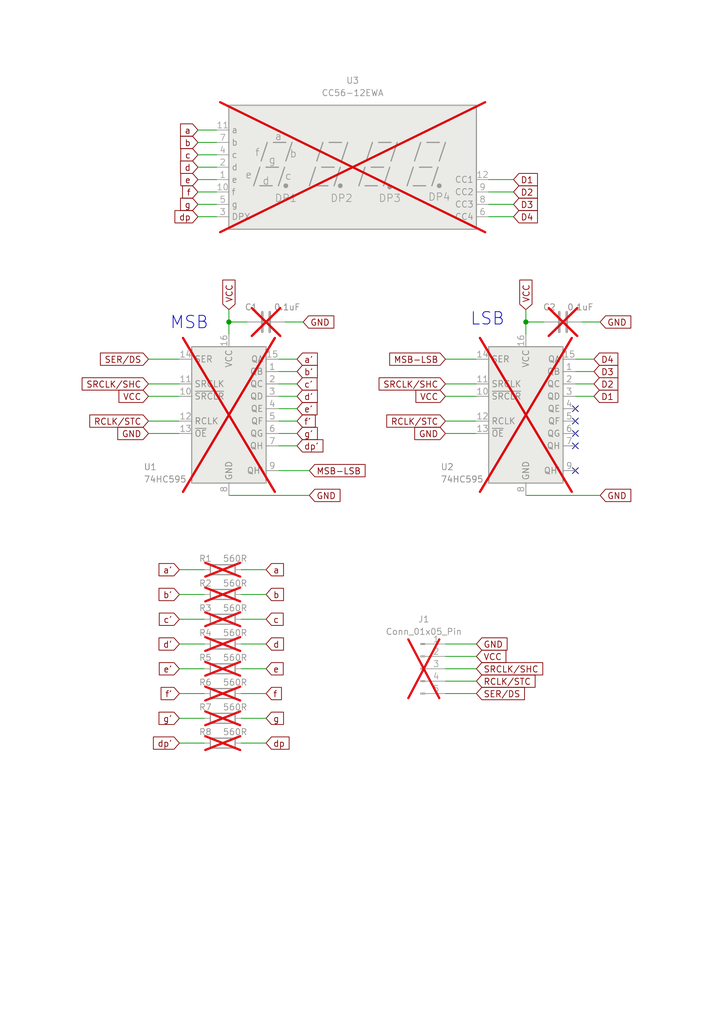
<source format=kicad_sch>
(kicad_sch (version 20231120) (generator "eeschema") (generator_version "8.0")
  (paper "A5" portrait)
  (title_block (title "Serial adapter for Cx56-12xxx display") (date "2024-03-17") (rev "1.0"))
  (lib_symbols
    (symbol "74xx:74HC595"
      (property "Reference" "U" (at -7.62 13.97 0))
      (property "Value" "74HC595" (at -7.62 -16.51 0))
      (symbol "74HC595_1_0"
        (pin tri_state line (at 10.16 7.62 180) (length 2.54) (name "QB") (number "1"))
        (pin input line (at -10.16 2.54 0) (length 2.54) (name "~{SRCLR}") (number "10"))
        (pin input line (at -10.16 5.08 0) (length 2.54) (name "SRCLK") (number "11"))
        (pin input line (at -10.16 -2.54 0) (length 2.54) (name "RCLK") (number "12"))
        (pin input line (at -10.16 -5.08 0) (length 2.54) (name "~{OE}") (number "13"))
        (pin input line (at -10.16 10.16 0) (length 2.54) (name "SER") (number "14"))
        (pin tri_state line (at 10.16 10.16 180) (length 2.54) (name "QA") (number "15"))
        (pin power_in line (at 0 15.24 270) (length 2.54) (name "VCC") (number "16"))
        (pin tri_state line (at 10.16 5.08 180) (length 2.54) (name "QC") (number "2"))
        (pin tri_state line (at 10.16 2.54 180) (length 2.54) (name "QD") (number "3"))
        (pin tri_state line (at 10.16 0 180) (length 2.54) (name "QE") (number "4"))
        (pin tri_state line (at 10.16 -2.54 180) (length 2.54) (name "QF") (number "5"))
        (pin tri_state line (at 10.16 -5.08 180) (length 2.54) (name "QG") (number "6"))
        (pin tri_state line (at 10.16 -7.62 180) (length 2.54) (name "QH") (number "7"))
        (pin power_in line (at 0 -17.78 90) (length 2.54) (name "GND") (number "8"))
        (pin output line (at 10.16 -12.7 180) (length 2.54) (name "QH'") (number "9"))
      )
      (symbol "74HC595_1_1"
        (rectangle (start -7.62 12.7) (end 7.62 -15.24) (stroke (width 0.254)) (fill (type background)))
      )
    )
    (symbol "Connector:Conn_01x05_Pin" (pin_names (offset 1.016) hide)
      (property "Reference" "J" (at 0 7.62 0))
      (property "Value" "Conn_01x05_Pin" (at 0 -7.62 0))
      (symbol "Conn_01x05_Pin_1_1"
        (polyline (pts (xy 1.27 -5.08) (xy 0.8636 -5.08)) (stroke (width 0.1524)))
        (polyline (pts (xy 1.27 -2.54) (xy 0.8636 -2.54)) (stroke (width 0.1524)))
        (polyline (pts (xy 1.27 0) (xy 0.8636 0)) (stroke (width 0.1524)))
        (polyline (pts (xy 1.27 2.54) (xy 0.8636 2.54)) (stroke (width 0.1524)))
        (polyline (pts (xy 1.27 5.08) (xy 0.8636 5.08)) (stroke (width 0.1524)))
        (rectangle (start 0.8636 -4.953) (end 0 -5.207) (stroke (width 0.1524)) (fill (type outline)))
        (rectangle (start 0.8636 -2.413) (end 0 -2.667) (stroke (width 0.1524)) (fill (type outline)))
        (rectangle (start 0.8636 0.127) (end 0 -0.127) (stroke (width 0.1524)) (fill (type outline)))
        (rectangle (start 0.8636 2.667) (end 0 2.413) (stroke (width 0.1524)) (fill (type outline)))
        (rectangle (start 0.8636 5.207) (end 0 4.953) (stroke (width 0.1524)) (fill (type outline)))
        (pin passive line (at 5.08 5.08 180) (length 3.81) (name "Pin_1") (number "1"))
        (pin passive line (at 5.08 2.54 180) (length 3.81) (name "Pin_2") (number "2"))
        (pin passive line (at 5.08 0 180) (length 3.81) (name "Pin_3") (number "3"))
        (pin passive line (at 5.08 -2.54 180) (length 3.81) (name "Pin_4") (number "4"))
        (pin passive line (at 5.08 -5.08 180) (length 3.81) (name "Pin_5") (number "5"))
      )
    )
    (symbol "Device:C" (pin_numbers hide) (pin_names (offset 0.254))
      (property "Reference" "C" (at 0.635 2.54 0))
      (property "Value" "C" (at 0.635 -2.54 0))
      (symbol "C_0_1"
        (polyline (pts (xy -2.032 -0.762) (xy 2.032 -0.762)) (stroke (width 0.508)))
        (polyline (pts (xy -2.032 0.762) (xy 2.032 0.762)) (stroke (width 0.508)))
      )
      (symbol "C_1_1"
        (pin passive line (at 0 3.81 270) (length 2.794) (name "~") (number "1"))
        (pin passive line (at 0 -3.81 90) (length 2.794) (name "~") (number "2"))
      )
    )
    (symbol "Device:R" (pin_numbers hide) (pin_names (offset 0))
      (property "Reference" "R" (at 2.032 0 90))
      (property "Value" "R" (at 0 0 90))
      (symbol "R_0_1"
        (rectangle (start -1.016 -2.54) (end 1.016 2.54) (stroke (width 0.254)))
      )
      (symbol "R_1_1"
        (pin passive line (at 0 3.81 270) (length 1.27) (name "~") (number "1"))
        (pin passive line (at 0 -3.81 90) (length 1.27) (name "~") (number "2"))
      )
    )
    (symbol "Display_Character:CC56-12EWA"
      (property "Reference" "U" (at -24.13 13.97 0))
      (property "Value" "CC56-12EWA" (at 19.05 13.97 0))
      (symbol "CC56-12EWA_0_0"
        (rectangle (start -25.4 12.7) (end 25.4 -12.7) (stroke (width 0.254)) (fill (type background)))
        (polyline (pts (xy -20.32 -3.81) (xy -19.05 0)) (stroke (width 0.254)))
        (polyline (pts (xy -19.05 -3.81) (xy -16.51 -3.81)) (stroke (width 0.254)))
        (polyline (pts (xy -18.796 1.27) (xy -17.526 5.08)) (stroke (width 0.254)))
        (polyline (pts (xy -17.78 0) (xy -15.24 0)) (stroke (width 0.254)))
        (polyline (pts (xy -16.256 5.08) (xy -13.716 5.08)) (stroke (width 0.254)))
        (polyline (pts (xy -15.24 -3.81) (xy -13.97 0)) (stroke (width 0.254)))
        (polyline (pts (xy -13.716 1.27) (xy -12.446 5.08)) (stroke (width 0.254)))
        (polyline (pts (xy -8.89 -3.81) (xy -7.62 0)) (stroke (width 0.254)))
        (polyline (pts (xy -7.62 -3.81) (xy -5.08 -3.81)) (stroke (width 0.254)))
        (polyline (pts (xy -7.366 1.27) (xy -6.096 5.08)) (stroke (width 0.254)))
        (polyline (pts (xy -6.35 0) (xy -3.81 0)) (stroke (width 0.254)))
        (polyline (pts (xy -4.826 5.08) (xy -2.286 5.08)) (stroke (width 0.254)))
        (polyline (pts (xy -3.81 -3.81) (xy -2.54 0)) (stroke (width 0.254)))
        (polyline (pts (xy -2.286 1.27) (xy -1.016 5.08)) (stroke (width 0.254)))
        (polyline (pts (xy 1.27 -3.81) (xy 2.54 0)) (stroke (width 0.254)))
        (polyline (pts (xy 2.54 -3.81) (xy 5.08 -3.81)) (stroke (width 0.254)))
        (polyline (pts (xy 2.794 1.27) (xy 4.064 5.08)) (stroke (width 0.254)))
        (polyline (pts (xy 3.81 0) (xy 6.35 0)) (stroke (width 0.254)))
        (polyline (pts (xy 5.334 5.08) (xy 7.874 5.08)) (stroke (width 0.254)))
        (polyline (pts (xy 6.35 -3.81) (xy 7.62 0)) (stroke (width 0.254)))
        (polyline (pts (xy 7.874 1.27) (xy 9.144 5.08)) (stroke (width 0.254)))
        (polyline (pts (xy 11.176 -3.81) (xy 12.446 0)) (stroke (width 0.254)))
        (polyline (pts (xy 12.446 -3.81) (xy 14.986 -3.81)) (stroke (width 0.254)))
        (polyline (pts (xy 12.7 1.27) (xy 13.97 5.08)) (stroke (width 0.254)))
        (polyline (pts (xy 13.716 0) (xy 16.256 0)) (stroke (width 0.254)))
        (polyline (pts (xy 15.24 5.08) (xy 17.78 5.08)) (stroke (width 0.254)))
        (polyline (pts (xy 16.256 -3.81) (xy 17.526 0)) (stroke (width 0.254)))
        (polyline (pts (xy 17.78 1.27) (xy 19.05 5.08)) (stroke (width 0.254)))
        (text "a" (at -15.24 6.35 0) (effects (font (size 1.524 1.524))))
        (text "b" (at -12.192 2.794 0) (effects (font (size 1.524 1.524))))
        (text "c" (at -13.208 -1.778 0) (effects (font (size 1.524 1.524))))
        (text "d" (at -17.78 -2.794 0) (effects (font (size 1.524 1.524))))
        (text "DP1" (at -13.716 -6.35 0) (effects (font (size 1.524 1.524))))
        (text "DP2" (at -2.286 -6.35 0) (effects (font (size 1.524 1.524))))
        (text "DP3" (at 7.62 -6.35 0) (effects (font (size 1.524 1.524))))
        (text "DP4" (at 17.78 -6.096 0) (effects (font (size 1.524 1.524))))
        (text "e" (at -21.336 -1.524 0) (effects (font (size 1.524 1.524))))
        (text "f" (at -19.558 3.048 0) (effects (font (size 1.524 1.524))))
        (text "g" (at -16.51 1.524 0) (effects (font (size 1.524 1.524))))
      )
      (symbol "CC56-12EWA_0_1"
        (circle (center -13.716 -3.81) (radius 0.3556) (stroke (width 0.254)) (fill (type outline)))
        (circle (center -2.54 -3.81) (radius 0.3556) (stroke (width 0.254)) (fill (type outline)))
      )
      (symbol "CC56-12EWA_1_0"
        (circle (center 7.62 -4.064) (radius 0.3556) (stroke (width 0.254)) (fill (type outline)))
        (circle (center 17.78 -3.81) (radius 0.3556) (stroke (width 0.254)) (fill (type outline)))
      )
      (symbol "CC56-12EWA_1_1"
        (pin input line (at -27.94 -2.54 0) (length 2.54) (name "e") (number "1"))
        (pin input line (at -27.94 -5.08 0) (length 2.54) (name "f") (number "10"))
        (pin input line (at -27.94 7.62 0) (length 2.54) (name "a") (number "11"))
        (pin input line (at 27.94 -2.54 180) (length 2.54) (name "CC1") (number "12"))
        (pin input line (at -27.94 0 0) (length 2.54) (name "d") (number "2"))
        (pin input line (at -27.94 -10.16 0) (length 2.54) (name "DPX") (number "3"))
        (pin input line (at -27.94 2.54 0) (length 2.54) (name "c") (number "4"))
        (pin input line (at -27.94 -7.62 0) (length 2.54) (name "g") (number "5"))
        (pin input line (at 27.94 -10.16 180) (length 2.54) (name "CC4") (number "6"))
        (pin input line (at -27.94 5.08 0) (length 2.54) (name "b") (number "7"))
        (pin input line (at 27.94 -7.62 180) (length 2.54) (name "CC3") (number "8"))
        (pin input line (at 27.94 -5.08 180) (length 2.54) (name "CC2") (number "9"))
      )
    )
  )
  (junction (at 107.95 66.04))
  (junction (at 46.99 66.04))
  (no_connect (at 118.11 91.44))
  (no_connect (at 118.11 86.36))
  (no_connect (at 118.11 83.82))
  (no_connect (at 118.11 96.52))
  (no_connect (at 118.11 88.9))
  (wire (pts (xy 118.11 73.66) (xy 121.92 73.66)))
  (wire (pts (xy 49.53 152.4) (xy 54.61 152.4)))
  (wire (pts (xy 36.83 116.84) (xy 41.91 116.84)))
  (wire (pts (xy 57.15 76.2) (xy 60.96 76.2)))
  (wire (pts (xy 100.33 36.83) (xy 105.41 36.83)))
  (wire (pts (xy 57.15 73.66) (xy 60.96 73.66)))
  (wire (pts (xy 30.48 81.28) (xy 36.83 81.28)))
  (wire (pts (xy 40.64 31.75) (xy 44.45 31.75)))
  (wire (pts (xy 40.64 34.29) (xy 44.45 34.29)))
  (wire (pts (xy 57.15 88.9) (xy 60.96 88.9)))
  (wire (pts (xy 30.48 86.36) (xy 36.83 86.36)))
  (wire (pts (xy 91.44 137.16) (xy 97.79 137.16)))
  (wire (pts (xy 107.95 63.5) (xy 107.95 66.04)))
  (wire (pts (xy 40.64 41.91) (xy 44.45 41.91)))
  (wire (pts (xy 100.33 39.37) (xy 105.41 39.37)))
  (wire (pts (xy 118.11 81.28) (xy 121.92 81.28)))
  (wire (pts (xy 91.44 88.9) (xy 97.79 88.9)))
  (wire (pts (xy 118.11 76.2) (xy 121.92 76.2)))
  (wire (pts (xy 36.83 127) (xy 41.91 127)))
  (wire (pts (xy 91.44 132.08) (xy 97.79 132.08)))
  (wire (pts (xy 49.53 137.16) (xy 54.61 137.16)))
  (wire (pts (xy 57.15 86.36) (xy 60.96 86.36)))
  (wire (pts (xy 91.44 139.7) (xy 97.79 139.7)))
  (wire (pts (xy 49.53 121.92) (xy 54.61 121.92)))
  (wire (pts (xy 49.53 147.32) (xy 54.61 147.32)))
  (wire (pts (xy 63.5 101.6) (xy 46.99 101.6)))
  (wire (pts (xy 119.38 66.04) (xy 123.19 66.04)))
  (wire (pts (xy 91.44 134.62) (xy 97.79 134.62)))
  (wire (pts (xy 40.64 39.37) (xy 44.45 39.37)))
  (wire (pts (xy 57.15 78.74) (xy 60.96 78.74)))
  (wire (pts (xy 100.33 41.91) (xy 105.41 41.91)))
  (wire (pts (xy 123.19 101.6) (xy 107.95 101.6)))
  (wire (pts (xy 91.44 73.66) (xy 97.79 73.66)))
  (wire (pts (xy 91.44 78.74) (xy 97.79 78.74)))
  (wire (pts (xy 30.48 78.74) (xy 36.83 78.74)))
  (wire (pts (xy 57.15 96.52) (xy 63.5 96.52)))
  (wire (pts (xy 49.53 116.84) (xy 54.61 116.84)))
  (wire (pts (xy 91.44 86.36) (xy 97.79 86.36)))
  (wire (pts (xy 57.15 91.44) (xy 60.96 91.44)))
  (wire (pts (xy 107.95 66.04) (xy 107.95 68.58)))
  (wire (pts (xy 36.83 142.24) (xy 41.91 142.24)))
  (wire (pts (xy 58.42 66.04) (xy 62.23 66.04)))
  (wire (pts (xy 49.53 142.24) (xy 54.61 142.24)))
  (wire (pts (xy 100.33 44.45) (xy 105.41 44.45)))
  (wire (pts (xy 46.99 66.04) (xy 50.8 66.04)))
  (wire (pts (xy 36.83 137.16) (xy 41.91 137.16)))
  (wire (pts (xy 91.44 142.24) (xy 97.79 142.24)))
  (wire (pts (xy 57.15 81.28) (xy 60.96 81.28)))
  (wire (pts (xy 30.48 88.9) (xy 36.83 88.9)))
  (wire (pts (xy 40.64 36.83) (xy 44.45 36.83)))
  (wire (pts (xy 40.64 26.67) (xy 44.45 26.67)))
  (wire (pts (xy 46.99 66.04) (xy 46.99 68.58)))
  (wire (pts (xy 118.11 78.74) (xy 121.92 78.74)))
  (wire (pts (xy 36.83 121.92) (xy 41.91 121.92)))
  (wire (pts (xy 36.83 132.08) (xy 41.91 132.08)))
  (wire (pts (xy 30.48 73.66) (xy 36.83 73.66)))
  (wire (pts (xy 107.95 66.04) (xy 111.76 66.04)))
  (wire (pts (xy 49.53 132.08) (xy 54.61 132.08)))
  (wire (pts (xy 49.53 127) (xy 54.61 127)))
  (wire (pts (xy 46.99 63.5) (xy 46.99 66.04)))
  (wire (pts (xy 36.83 147.32) (xy 41.91 147.32)))
  (wire (pts (xy 36.83 152.4) (xy 41.91 152.4)))
  (wire (pts (xy 91.44 81.28) (xy 97.79 81.28)))
  (wire (pts (xy 57.15 83.82) (xy 60.96 83.82)))
  (wire (pts (xy 40.64 44.45) (xy 44.45 44.45)))
  (wire (pts (xy 40.64 29.21) (xy 44.45 29.21)))
  (text "MSB" (at 38.862 66.294 0) (effects (font (size 2.54 2.54))))
  (text "LSB" (at 100.076 65.532 0) (effects (font (size 2.54 2.54))))
  (global_label "D4" (shape input) (at 121.92 73.66 0) (property "Intersheetrefs" "${INTERSHEET_REFS}" (effects (hide yes))))
  (global_label "SRCLK{slash}SHC" (shape input) (at 30.48 78.74 180) (property "Intersheetrefs" "${INTERSHEET_REFS}" (effects (hide yes))))
  (global_label "D2" (shape input) (at 105.41 39.37 0) (property "Intersheetrefs" "${INTERSHEET_REFS}" (effects (hide yes))))
  (global_label "GND" (shape input) (at 123.19 66.04 0) (property "Intersheetrefs" "${INTERSHEET_REFS}" (effects (hide yes))))
  (global_label "f" (shape input) (at 40.64 39.37 180) (property "Intersheetrefs" "${INTERSHEET_REFS}" (effects (hide yes))))
  (global_label "g'" (shape input) (at 60.96 88.9 0) (property "Intersheetrefs" "${INTERSHEET_REFS}" (effects (hide yes))))
  (global_label "c'" (shape input) (at 60.96 78.74 0) (property "Intersheetrefs" "${INTERSHEET_REFS}" (effects (hide yes))))
  (global_label "VCC" (shape input) (at 107.95 63.5 90) (property "Intersheetrefs" "${INTERSHEET_REFS}" (effects (hide yes))))
  (global_label "SRCLK{slash}SHC" (shape input) (at 91.44 78.74 180) (property "Intersheetrefs" "${INTERSHEET_REFS}" (effects (hide yes))))
  (global_label "a" (shape input) (at 54.61 116.84 0) (property "Intersheetrefs" "${INTERSHEET_REFS}" (effects (hide yes))))
  (global_label "VCC" (shape input) (at 30.48 81.28 180) (property "Intersheetrefs" "${INTERSHEET_REFS}" (effects (hide yes))))
  (global_label "d'" (shape input) (at 60.96 81.28 0) (property "Intersheetrefs" "${INTERSHEET_REFS}" (effects (hide yes))))
  (global_label "MSB-LSB" (shape input) (at 63.5 96.52 0) (property "Intersheetrefs" "${INTERSHEET_REFS}" (effects (hide yes))))
  (global_label "e'" (shape input) (at 36.83 137.16 180) (property "Intersheetrefs" "${INTERSHEET_REFS}" (effects (hide yes))))
  (global_label "GND" (shape input) (at 123.19 101.6 0) (property "Intersheetrefs" "${INTERSHEET_REFS}" (effects (hide yes))))
  (global_label "RCLK{slash}STC" (shape input) (at 30.48 86.36 180) (property "Intersheetrefs" "${INTERSHEET_REFS}" (effects (hide yes))))
  (global_label "SRCLK{slash}SHC" (shape input) (at 97.79 137.16 0) (property "Intersheetrefs" "${INTERSHEET_REFS}" (effects (hide yes))))
  (global_label "g" (shape input) (at 40.64 41.91 180) (property "Intersheetrefs" "${INTERSHEET_REFS}" (effects (hide yes))))
  (global_label "GND" (shape input) (at 97.79 132.08 0) (property "Intersheetrefs" "${INTERSHEET_REFS}" (effects (hide yes))))
  (global_label "RCLK{slash}STC" (shape input) (at 91.44 86.36 180) (property "Intersheetrefs" "${INTERSHEET_REFS}" (effects (hide yes))))
  (global_label "D2" (shape input) (at 121.92 78.74 0) (property "Intersheetrefs" "${INTERSHEET_REFS}" (effects (hide yes))))
  (global_label "dp'" (shape input) (at 60.96 91.44 0) (property "Intersheetrefs" "${INTERSHEET_REFS}" (effects (hide yes))))
  (global_label "dp" (shape input) (at 40.64 44.45 180) (property "Intersheetrefs" "${INTERSHEET_REFS}" (effects (hide yes))))
  (global_label "b" (shape input) (at 54.61 121.92 0) (property "Intersheetrefs" "${INTERSHEET_REFS}" (effects (hide yes))))
  (global_label "VCC" (shape input) (at 46.99 63.5 90) (property "Intersheetrefs" "${INTERSHEET_REFS}" (effects (hide yes))))
  (global_label "VCC" (shape input) (at 97.79 134.62 0) (property "Intersheetrefs" "${INTERSHEET_REFS}" (effects (hide yes))))
  (global_label "a'" (shape input) (at 60.96 73.66 0) (property "Intersheetrefs" "${INTERSHEET_REFS}" (effects (hide yes))))
  (global_label "GND" (shape input) (at 63.5 101.6 0) (property "Intersheetrefs" "${INTERSHEET_REFS}" (effects (hide yes))))
  (global_label "GND" (shape input) (at 91.44 88.9 180) (property "Intersheetrefs" "${INTERSHEET_REFS}" (effects (hide yes))))
  (global_label "GND" (shape input) (at 30.48 88.9 180) (property "Intersheetrefs" "${INTERSHEET_REFS}" (effects (hide yes))))
  (global_label "D1" (shape input) (at 105.41 36.83 0) (property "Intersheetrefs" "${INTERSHEET_REFS}" (effects (hide yes))))
  (global_label "b" (shape input) (at 40.64 29.21 180) (property "Intersheetrefs" "${INTERSHEET_REFS}" (effects (hide yes))))
  (global_label "D3" (shape input) (at 121.92 76.2 0) (property "Intersheetrefs" "${INTERSHEET_REFS}" (effects (hide yes))))
  (global_label "e" (shape input) (at 54.61 137.16 0) (property "Intersheetrefs" "${INTERSHEET_REFS}" (effects (hide yes))))
  (global_label "f'" (shape input) (at 60.96 86.36 0) (property "Intersheetrefs" "${INTERSHEET_REFS}" (effects (hide yes))))
  (global_label "g" (shape input) (at 54.61 147.32 0) (property "Intersheetrefs" "${INTERSHEET_REFS}" (effects (hide yes))))
  (global_label "D4" (shape input) (at 105.41 44.45 0) (property "Intersheetrefs" "${INTERSHEET_REFS}" (effects (hide yes))))
  (global_label "SER{slash}DS" (shape input) (at 30.48 73.66 180) (property "Intersheetrefs" "${INTERSHEET_REFS}" (effects (hide yes))))
  (global_label "dp'" (shape input) (at 36.83 152.4 180) (property "Intersheetrefs" "${INTERSHEET_REFS}" (effects (hide yes))))
  (global_label "d" (shape input) (at 54.61 132.08 0) (property "Intersheetrefs" "${INTERSHEET_REFS}" (effects (hide yes))))
  (global_label "GND" (shape input) (at 62.23 66.04 0) (property "Intersheetrefs" "${INTERSHEET_REFS}" (effects (hide yes))))
  (global_label "c'" (shape input) (at 36.83 127 180) (property "Intersheetrefs" "${INTERSHEET_REFS}" (effects (hide yes))))
  (global_label "d'" (shape input) (at 36.83 132.08 180) (property "Intersheetrefs" "${INTERSHEET_REFS}" (effects (hide yes))))
  (global_label "g'" (shape input) (at 36.83 147.32 180) (property "Intersheetrefs" "${INTERSHEET_REFS}" (effects (hide yes))))
  (global_label "VCC" (shape input) (at 91.44 81.28 180) (property "Intersheetrefs" "${INTERSHEET_REFS}" (effects (hide yes))))
  (global_label "e" (shape input) (at 40.64 36.83 180) (property "Intersheetrefs" "${INTERSHEET_REFS}" (effects (hide yes))))
  (global_label "a'" (shape input) (at 36.83 116.84 180) (property "Intersheetrefs" "${INTERSHEET_REFS}" (effects (hide yes))))
  (global_label "D3" (shape input) (at 105.41 41.91 0) (property "Intersheetrefs" "${INTERSHEET_REFS}" (effects (hide yes))))
  (global_label "f" (shape input) (at 54.61 142.24 0) (property "Intersheetrefs" "${INTERSHEET_REFS}" (effects (hide yes))))
  (global_label "c" (shape input) (at 54.61 127 0) (property "Intersheetrefs" "${INTERSHEET_REFS}" (effects (hide yes))))
  (global_label "MSB-LSB" (shape input) (at 91.44 73.66 180) (property "Intersheetrefs" "${INTERSHEET_REFS}" (effects (hide yes))))
  (global_label "e'" (shape input) (at 60.96 83.82 0) (property "Intersheetrefs" "${INTERSHEET_REFS}" (effects (hide yes))))
  (global_label "f'" (shape input) (at 36.83 142.24 180) (property "Intersheetrefs" "${INTERSHEET_REFS}" (effects (hide yes))))
  (global_label "SER{slash}DS" (shape input) (at 97.79 142.24 0) (property "Intersheetrefs" "${INTERSHEET_REFS}" (effects (hide yes))))
  (global_label "D1" (shape input) (at 121.92 81.28 0) (property "Intersheetrefs" "${INTERSHEET_REFS}" (effects (hide yes))))
  (global_label "b'" (shape input) (at 60.96 76.2 0) (property "Intersheetrefs" "${INTERSHEET_REFS}" (effects (hide yes))))
  (global_label "a" (shape input) (at 40.64 26.67 180) (property "Intersheetrefs" "${INTERSHEET_REFS}" (effects (hide yes))))
  (global_label "b'" (shape input) (at 36.83 121.92 180) (property "Intersheetrefs" "${INTERSHEET_REFS}" (effects (hide yes))))
  (global_label "c" (shape input) (at 40.64 31.75 180) (property "Intersheetrefs" "${INTERSHEET_REFS}" (effects (hide yes))))
  (global_label "d" (shape input) (at 40.64 34.29 180) (property "Intersheetrefs" "${INTERSHEET_REFS}" (effects (hide yes))))
  (global_label "dp" (shape input) (at 54.61 152.4 0) (property "Intersheetrefs" "${INTERSHEET_REFS}" (effects (hide yes))))
  (global_label "RCLK{slash}STC" (shape input) (at 97.79 139.7 0) (property "Intersheetrefs" "${INTERSHEET_REFS}" (effects (hide yes))))
  (symbol (lib_id "Device:R") (at 45.72 132.08 270) (unit 1) (dnp yes)
    (property "Reference" "R4" (at 42.164 129.794 90))
    (property "Value" "560R" (at 48.26 129.794 90))
    (property "Footprint" "Resistor_SMD:R_0805_2012Metric_Pad1.20x1.40mm_HandSolder" (effects (hide yes)))
    (property "Description" "Resistor" (effects (hide yes)))
  )
  (symbol (lib_id "Device:C") (at 115.57 66.04 90) (unit 1) (dnp yes)
    (property "Reference" "C2" (at 112.776 62.992 90))
    (property "Value" "0.1uF" (at 119.126 62.992 90))
    (property "Footprint" "Capacitor_SMD:C_0805_2012Metric_Pad1.18x1.45mm_HandSolder" (effects (hide yes)))
    (property "Description" "Unpolarized capacitor" (effects (hide yes)))
  )
  (symbol (lib_id "Device:R") (at 45.72 152.4 270) (unit 1) (dnp yes)
    (property "Reference" "R8" (at 42.164 150.114 90))
    (property "Value" "560R" (at 48.26 150.114 90))
    (property "Footprint" "Resistor_SMD:R_0805_2012Metric_Pad1.20x1.40mm_HandSolder" (effects (hide yes)))
    (property "Description" "Resistor" (effects (hide yes)))
  )
  (symbol (lib_id "Device:R") (at 45.72 121.92 270) (unit 1) (dnp yes)
    (property "Reference" "R2" (at 42.164 119.634 90))
    (property "Value" "560R" (at 48.26 119.634 90))
    (property "Footprint" "Resistor_SMD:R_0805_2012Metric_Pad1.20x1.40mm_HandSolder" (effects (hide yes)))
    (property "Description" "Resistor" (effects (hide yes)))
  )
  (symbol (lib_id "74xx:74HC595") (at 46.99 83.82 0) (unit 1) (dnp yes)
    (property "Reference" "U1" (at 29.464 95.758 0) (effects (justify left)))
    (property "Value" "74HC595" (at 29.464 98.298 0) (effects (justify left)))
    (property "Footprint" "Package_SO:SOP-16_3.9x9.9mm_P1.27mm" (effects (hide yes)))
    (property "Datasheet" "http://www.ti.com/lit/ds/symlink/sn74hc595.pdf" (effects (hide yes)))
    (property "Description" "8-bit serial in/out Shift Register 3-State Outputs" (effects (hide yes)))
  )
  (symbol (lib_id "Device:R") (at 45.72 127 270) (unit 1) (dnp yes)
    (property "Reference" "R3" (at 42.164 124.714 90))
    (property "Value" "560R" (at 48.26 124.714 90))
    (property "Footprint" "Resistor_SMD:R_0805_2012Metric_Pad1.20x1.40mm_HandSolder" (effects (hide yes)))
    (property "Description" "Resistor" (effects (hide yes)))
  )
  (symbol (lib_id "Connector:Conn_01x05_Pin") (at 86.36 137.16 0) (unit 1) (dnp yes)
    (property "Reference" "J1" (at 86.995 127 0))
    (property "Value" "Conn_01x05_Pin" (at 86.995 129.54 0))
    (property "Footprint" "Connector_PinHeader_2.54mm:PinHeader_1x05_P2.54mm_Horizontal" (effects (hide yes)))
    (property "Description" "Generic connector, single row, 01x05, script generated" (effects (hide yes)))
  )
  (symbol (lib_id "Device:R") (at 45.72 116.84 270) (unit 1) (dnp yes)
    (property "Reference" "R1" (at 42.164 114.554 90))
    (property "Value" "560R" (at 48.26 114.554 90))
    (property "Footprint" "Resistor_SMD:R_0805_2012Metric_Pad1.20x1.40mm_HandSolder" (effects (hide yes)))
    (property "Description" "Resistor" (effects (hide yes)))
  )
  (symbol (lib_id "Device:C") (at 54.61 66.04 90) (unit 1) (dnp yes)
    (property "Reference" "C1" (at 51.562 62.992 90))
    (property "Value" "0.1uF" (at 58.928 62.992 90))
    (property "Footprint" "Capacitor_SMD:C_0805_2012Metric_Pad1.18x1.45mm_HandSolder" (effects (hide yes)))
    (property "Description" "Unpolarized capacitor" (effects (hide yes)))
  )
  (symbol (lib_id "Device:R") (at 45.72 142.24 270) (unit 1) (dnp yes)
    (property "Reference" "R6" (at 42.164 139.954 90))
    (property "Value" "560R" (at 48.26 139.954 90))
    (property "Footprint" "Resistor_SMD:R_0805_2012Metric_Pad1.20x1.40mm_HandSolder" (effects (hide yes)))
    (property "Description" "Resistor" (effects (hide yes)))
  )
  (symbol (lib_id "Display_Character:CC56-12EWA") (at 72.39 34.29 0) (unit 1) (dnp yes)
    (property "Reference" "U3" (at 72.39 16.51 0))
    (property "Value" "CC56-12EWA" (at 72.39 19.05 0))
    (property "Footprint" "Display_7Segment:CA56-12EWA" (effects (hide yes)))
    (property "Datasheet" "http://www.kingbrightusa.com/images/catalog/SPEC/CA56-12EWA.pdf" (effects (hide yes)))
    (property "Description" "4 digit 7 segment high efficiency red LED, common cathode" (effects (hide yes)))
  )
  (symbol (lib_id "74xx:74HC595") (at 107.95 83.82 0) (unit 1) (dnp yes)
    (property "Reference" "U2" (at 90.424 95.758 0) (effects (justify left)))
    (property "Value" "74HC595" (at 90.424 98.298 0) (effects (justify left)))
    (property "Footprint" "Package_SO:SOP-16_3.9x9.9mm_P1.27mm" (effects (hide yes)))
    (property "Datasheet" "http://www.ti.com/lit/ds/symlink/sn74hc595.pdf" (effects (hide yes)))
    (property "Description" "8-bit serial in/out Shift Register 3-State Outputs" (effects (hide yes)))
  )
  (symbol (lib_id "Device:R") (at 45.72 137.16 270) (unit 1) (dnp yes)
    (property "Reference" "R5" (at 42.164 134.874 90))
    (property "Value" "560R" (at 48.26 134.874 90))
    (property "Footprint" "Resistor_SMD:R_0805_2012Metric_Pad1.20x1.40mm_HandSolder" (effects (hide yes)))
    (property "Description" "Resistor" (effects (hide yes)))
  )
  (symbol (lib_id "Device:R") (at 45.72 147.32 270) (unit 1) (dnp yes)
    (property "Reference" "R7" (at 42.164 145.034 90))
    (property "Value" "560R" (at 48.26 145.034 90))
    (property "Footprint" "Resistor_SMD:R_0805_2012Metric_Pad1.20x1.40mm_HandSolder" (effects (hide yes)))
    (property "Description" "Resistor" (effects (hide yes)))
  )
)
</source>
